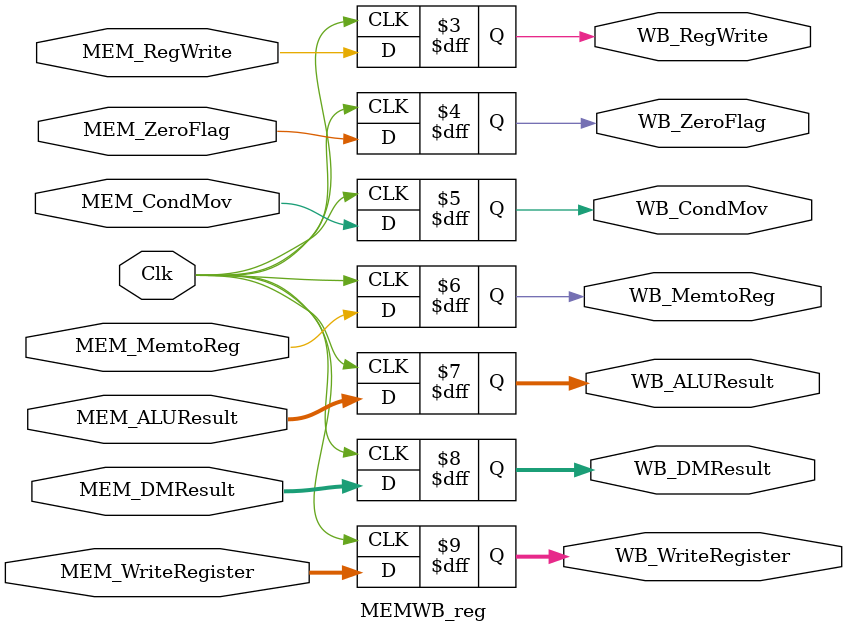
<source format=v>
`timescale 1ns / 1ps

module MEMWB_reg(
//		inputs
//			For internal use:
				Clk,

//			To Pass through:
//				Control lines;
					MEM_RegWrite,
				    MEM_CondMov,
				    MEM_MemtoReg,
				    
//				Data lines;
					MEM_ZeroFlag,
					MEM_ALUResult,
					MEM_WriteRegister,
					MEM_DMResult,
					

//		outputs
//			To pass through:
// 				Control lines;
					WB_RegWrite,
				    WB_CondMov,
				    WB_MemtoReg,
				    
//				Data lines;	
                    WB_ZeroFlag,			
					WB_ALUResult,
					WB_WriteRegister,
					WB_DMResult
 );

input Clk;
input MEM_RegWrite, MEM_ZeroFlag;
input wire MEM_CondMov, MEM_MemtoReg;
input wire [31:0] MEM_ALUResult, MEM_DMResult;
input wire [4:0]  MEM_WriteRegister; 

output reg WB_RegWrite, WB_ZeroFlag;
output reg WB_CondMov, WB_MemtoReg;
output reg [31:0] WB_ALUResult, WB_DMResult;
output reg [4:0]  WB_WriteRegister;

initial begin
    WB_RegWrite = 0;
    WB_ZeroFlag = 0;
    WB_CondMov = 0;
end

always @(posedge Clk) begin
	
	// Control
	WB_RegWrite <= MEM_RegWrite;
	WB_ZeroFlag <= MEM_ZeroFlag;
	WB_CondMov <= MEM_CondMov;
	WB_MemtoReg <= MEM_MemtoReg;
	// Data
	WB_ALUResult <= MEM_ALUResult;
	WB_WriteRegister <= MEM_WriteRegister;
	WB_DMResult <= MEM_DMResult;

end
endmodule
</source>
